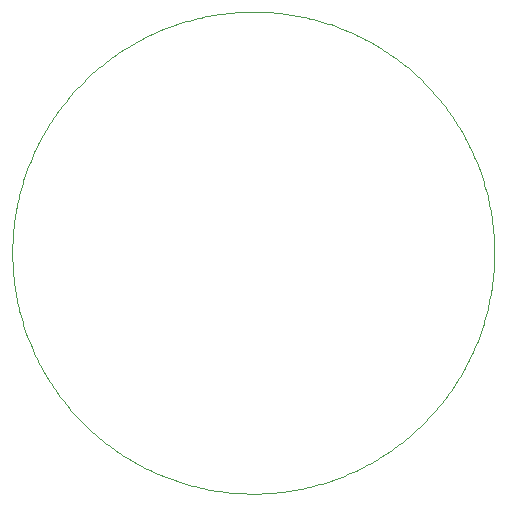
<source format=gko>
%FSLAX44Y44*%
%MOMM*%
G71*
G01*
G75*
G04 Layer_Color=16711935*
%ADD10C,0.0508*%
D10*
X509000Y275000D02*
X508984Y277538D01*
X508937Y280076D01*
X508858Y282613D01*
X508747Y285148D01*
X508605Y287683D01*
X508432Y290215D01*
X508227Y292745D01*
X507990Y295272D01*
X507722Y297796D01*
X507423Y300316D01*
X507092Y302833D01*
X506730Y305345D01*
X506337Y307852D01*
X505913Y310355D01*
X505458Y312852D01*
X504971Y315343D01*
X504454Y317828D01*
X503905Y320306D01*
X503326Y322777D01*
X502717Y325241D01*
X502076Y327697D01*
X501405Y330145D01*
X500704Y332584D01*
X499972Y335014D01*
X499211Y337436D01*
X498419Y339847D01*
X497597Y342248D01*
X496745Y344640D01*
X495864Y347020D01*
X494953Y349389D01*
X494013Y351746D01*
X493044Y354092D01*
X492045Y356426D01*
X491018Y358746D01*
X489961Y361054D01*
X488876Y363349D01*
X487763Y365630D01*
X486621Y367897D01*
X485451Y370149D01*
X484254Y372387D01*
X483028Y374609D01*
X481775Y376817D01*
X480494Y379008D01*
X479187Y381184D01*
X477852Y383343D01*
X476491Y385485D01*
X475103Y387610D01*
X473689Y389717D01*
X472248Y391807D01*
X470782Y393879D01*
X469290Y395933D01*
X467773Y397967D01*
X466231Y399983D01*
X464663Y401979D01*
X463071Y403956D01*
X461454Y405913D01*
X459813Y407849D01*
X458148Y409765D01*
X456460Y411660D01*
X454748Y413534D01*
X453013Y415386D01*
X451255Y417217D01*
X449474Y419025D01*
X447671Y420812D01*
X445846Y422575D01*
X443999Y424316D01*
X442130Y426034D01*
X440241Y427729D01*
X438330Y429399D01*
X436399Y431046D01*
X434447Y432669D01*
X432475Y434267D01*
X430484Y435841D01*
X428473Y437390D01*
X426443Y438913D01*
X424394Y440412D01*
X422327Y441884D01*
X420242Y443331D01*
X418138Y444752D01*
X416018Y446146D01*
X413880Y447514D01*
X411725Y448856D01*
X409554Y450170D01*
X407366Y451457D01*
X405163Y452717D01*
X402944Y453950D01*
X400710Y455154D01*
X398461Y456331D01*
X396198Y457480D01*
X393920Y458601D01*
X391629Y459693D01*
X389325Y460756D01*
X387007Y461791D01*
X384677Y462797D01*
X382334Y463773D01*
X379979Y464721D01*
X377613Y465639D01*
X375236Y466528D01*
X372847Y467387D01*
X370448Y468216D01*
X368040Y469016D01*
X365621Y469785D01*
X363193Y470524D01*
X360756Y471233D01*
X358310Y471911D01*
X355856Y472559D01*
X353394Y473177D01*
X350924Y473764D01*
X348448Y474319D01*
X345965Y474845D01*
X343475Y475339D01*
X340980Y475802D01*
X338479Y476234D01*
X335973Y476635D01*
X333461Y477005D01*
X330946Y477343D01*
X328427Y477650D01*
X325903Y477926D01*
X323377Y478171D01*
X320848Y478383D01*
X318316Y478565D01*
X315783Y478715D01*
X313247Y478833D01*
X310711Y478920D01*
X308173Y478975D01*
X305635Y478999D01*
X303097Y478991D01*
X300559Y478952D01*
X298022Y478881D01*
X295486Y478778D01*
X292951Y478644D01*
X290418Y478478D01*
X287888Y478281D01*
X285360Y478052D01*
X282836Y477792D01*
X280314Y477501D01*
X277797Y477178D01*
X275283Y476824D01*
X272775Y476439D01*
X270271Y476022D01*
X267773Y475574D01*
X265280Y475096D01*
X262794Y474586D01*
X260314Y474045D01*
X257841Y473474D01*
X255375Y472872D01*
X252917Y472239D01*
X250467Y471576D01*
X248026Y470882D01*
X245593Y470158D01*
X243169Y469404D01*
X240756Y468620D01*
X238351Y467805D01*
X235958Y466961D01*
X233575Y466087D01*
X231203Y465184D01*
X228843Y464251D01*
X226494Y463289D01*
X224157Y462298D01*
X221833Y461277D01*
X219522Y460228D01*
X217224Y459151D01*
X214940Y458044D01*
X212670Y456909D01*
X210413Y455747D01*
X208172Y454556D01*
X205945Y453337D01*
X203734Y452091D01*
X201539Y450817D01*
X199359Y449517D01*
X197196Y448189D01*
X195050Y446834D01*
X192921Y445453D01*
X190809Y444045D01*
X188714Y442612D01*
X186638Y441152D01*
X184580Y439666D01*
X182540Y438155D01*
X180520Y436619D01*
X178519Y435058D01*
X176537Y433472D01*
X174576Y431861D01*
X172634Y430226D01*
X170713Y428568D01*
X168813Y426885D01*
X166934Y425179D01*
X165076Y423449D01*
X163240Y421697D01*
X161425Y419922D01*
X159634Y418124D01*
X157864Y416305D01*
X156117Y414463D01*
X154394Y412600D01*
X152693Y410715D01*
X151017Y408810D01*
X149364Y406884D01*
X147735Y404937D01*
X146131Y402971D01*
X144551Y400984D01*
X142996Y398978D01*
X141466Y396953D01*
X139961Y394909D01*
X138482Y392846D01*
X137029Y390765D01*
X135601Y388666D01*
X134200Y386550D01*
X132825Y384416D01*
X131477Y382266D01*
X130156Y380098D01*
X128862Y377915D01*
X127596Y375716D01*
X126356Y373501D01*
X125145Y371270D01*
X123961Y369025D01*
X122805Y366766D01*
X121677Y364492D01*
X120578Y362204D01*
X119507Y359902D01*
X118465Y357588D01*
X117452Y355261D01*
X116468Y352921D01*
X115513Y350570D01*
X114588Y348206D01*
X113692Y345831D01*
X112825Y343446D01*
X111988Y341049D01*
X111182Y338643D01*
X110405Y336227D01*
X109658Y333801D01*
X108942Y331366D01*
X108256Y328922D01*
X107600Y326470D01*
X106975Y324010D01*
X106380Y321543D01*
X105817Y319068D01*
X105284Y316586D01*
X104782Y314098D01*
X104311Y311604D01*
X103871Y309104D01*
X103462Y306599D01*
X103085Y304090D01*
X102738Y301575D01*
X102423Y299056D01*
X102140Y296534D01*
X101888Y294009D01*
X101667Y291480D01*
X101477Y288949D01*
X101320Y286416D01*
X101193Y283881D01*
X101099Y281344D01*
X101036Y278807D01*
X101004Y276269D01*
Y273731D01*
X101036Y271193D01*
X101099Y268656D01*
X101193Y266119D01*
X101320Y263584D01*
X101477Y261051D01*
X101667Y258520D01*
X101888Y255991D01*
X102140Y253466D01*
X102423Y250944D01*
X102738Y248425D01*
X103085Y245910D01*
X103462Y243401D01*
X103871Y240896D01*
X104311Y238396D01*
X104782Y235902D01*
X105284Y233414D01*
X105817Y230932D01*
X106380Y228457D01*
X106975Y225990D01*
X107600Y223530D01*
X108256Y221078D01*
X108942Y218634D01*
X109658Y216199D01*
X110405Y213773D01*
X111182Y211357D01*
X111988Y208951D01*
X112825Y206554D01*
X113692Y204168D01*
X114588Y201794D01*
X115513Y199430D01*
X116468Y197079D01*
X117452Y194739D01*
X118465Y192412D01*
X119507Y190098D01*
X120578Y187796D01*
X121677Y185508D01*
X122805Y183235D01*
X123961Y180975D01*
X125145Y178730D01*
X126356Y176499D01*
X127596Y174284D01*
X128862Y172085D01*
X130156Y169902D01*
X131477Y167734D01*
X132825Y165584D01*
X134200Y163450D01*
X135601Y161334D01*
X137029Y159235D01*
X138482Y157154D01*
X139961Y155091D01*
X141466Y153047D01*
X142996Y151022D01*
X144551Y149016D01*
X146131Y147029D01*
X147735Y145063D01*
X149364Y143116D01*
X151017Y141190D01*
X152693Y139284D01*
X154394Y137400D01*
X156117Y135537D01*
X157864Y133695D01*
X159634Y131876D01*
X161425Y130078D01*
X163240Y128303D01*
X165076Y126551D01*
X166934Y124821D01*
X168813Y123115D01*
X170713Y121432D01*
X172634Y119774D01*
X174576Y118139D01*
X176537Y116528D01*
X178519Y114942D01*
X180520Y113381D01*
X182540Y111845D01*
X184580Y110334D01*
X186638Y108848D01*
X188714Y107388D01*
X190809Y105955D01*
X192921Y104547D01*
X195050Y103166D01*
X197197Y101811D01*
X199360Y100483D01*
X201539Y99182D01*
X203735Y97909D01*
X205946Y96663D01*
X208172Y95444D01*
X210414Y94253D01*
X212670Y93090D01*
X214940Y91956D01*
X217225Y90849D01*
X219523Y89771D01*
X221834Y88722D01*
X224158Y87702D01*
X226494Y86711D01*
X228843Y85749D01*
X231204Y84816D01*
X233575Y83912D01*
X235958Y83038D01*
X238352Y82194D01*
X240756Y81380D01*
X243170Y80596D01*
X245594Y79841D01*
X248026Y79117D01*
X250468Y78424D01*
X252918Y77760D01*
X255376Y77128D01*
X257841Y76526D01*
X260315Y75954D01*
X262794Y75414D01*
X265281Y74904D01*
X267773Y74425D01*
X270272Y73978D01*
X272775Y73561D01*
X275284Y73176D01*
X277797Y72822D01*
X280315Y72499D01*
X282836Y72208D01*
X285361Y71947D01*
X287889Y71719D01*
X290419Y71522D01*
X292952Y71356D01*
X295486Y71222D01*
X298022Y71119D01*
X300559Y71048D01*
X303097Y71009D01*
X305635Y71001D01*
X308173Y71025D01*
X310711Y71080D01*
X313248Y71167D01*
X315783Y71285D01*
X318316Y71435D01*
X320848Y71617D01*
X323377Y71829D01*
X325904Y72074D01*
X328427Y72350D01*
X330946Y72657D01*
X333461Y72995D01*
X335973Y73365D01*
X338479Y73766D01*
X340980Y74198D01*
X343475Y74661D01*
X345965Y75155D01*
X348448Y75680D01*
X350924Y76236D01*
X353394Y76823D01*
X355856Y77441D01*
X358310Y78089D01*
X360755Y78767D01*
X363192Y79476D01*
X365621Y80215D01*
X368039Y80984D01*
X370448Y81784D01*
X372847Y82613D01*
X375235Y83472D01*
X377613Y84361D01*
X379979Y85279D01*
X382334Y86226D01*
X384676Y87203D01*
X387007Y88209D01*
X389324Y89244D01*
X391629Y90307D01*
X393920Y91399D01*
X396197Y92520D01*
X398461Y93668D01*
X400709Y94845D01*
X402943Y96050D01*
X405162Y97282D01*
X407365Y98542D01*
X409553Y99829D01*
X411724Y101144D01*
X413879Y102485D01*
X416017Y103853D01*
X418138Y105247D01*
X420241Y106668D01*
X422326Y108115D01*
X424393Y109588D01*
X426442Y111086D01*
X428472Y112609D01*
X430483Y114158D01*
X432474Y115732D01*
X434446Y117330D01*
X436397Y118953D01*
X438329Y120600D01*
X440239Y122270D01*
X442129Y123965D01*
X443997Y125683D01*
X445844Y127423D01*
X447670Y129187D01*
X449473Y130974D01*
X451254Y132782D01*
X453012Y134613D01*
X454747Y136465D01*
X456459Y138339D01*
X458147Y140234D01*
X459812Y142150D01*
X461453Y144086D01*
X463070Y146042D01*
X464662Y148019D01*
X466229Y150015D01*
X467772Y152031D01*
X469289Y154066D01*
X470781Y156119D01*
X472247Y158191D01*
X473688Y160281D01*
X475102Y162388D01*
X476490Y164513D01*
X477851Y166655D01*
X479185Y168814D01*
X480493Y170989D01*
X481774Y173181D01*
X483027Y175388D01*
X484252Y177611D01*
X485450Y179848D01*
X486620Y182101D01*
X487762Y184368D01*
X488875Y186649D01*
X489960Y188943D01*
X491016Y191251D01*
X492044Y193572D01*
X493042Y195905D01*
X494012Y198251D01*
X494952Y200608D01*
X495863Y202977D01*
X496744Y205357D01*
X497596Y207748D01*
X498418Y210150D01*
X499210Y212561D01*
X499972Y214982D01*
X500703Y217413D01*
X501404Y219852D01*
X502075Y222300D01*
X502716Y224756D01*
X503326Y227220D01*
X503905Y229691D01*
X504453Y232169D01*
X504970Y234654D01*
X505457Y237145D01*
X505912Y239641D01*
X506337Y242144D01*
X506730Y244651D01*
X507092Y247164D01*
X507423Y249680D01*
X507722Y252200D01*
X507990Y254724D01*
X508227Y257251D01*
X508432Y259781D01*
X508605Y262313D01*
X508747Y264848D01*
X508858Y267383D01*
X508937Y269920D01*
X508984Y272458D01*
X509000Y274996D01*
Y275000D01*
M02*

</source>
